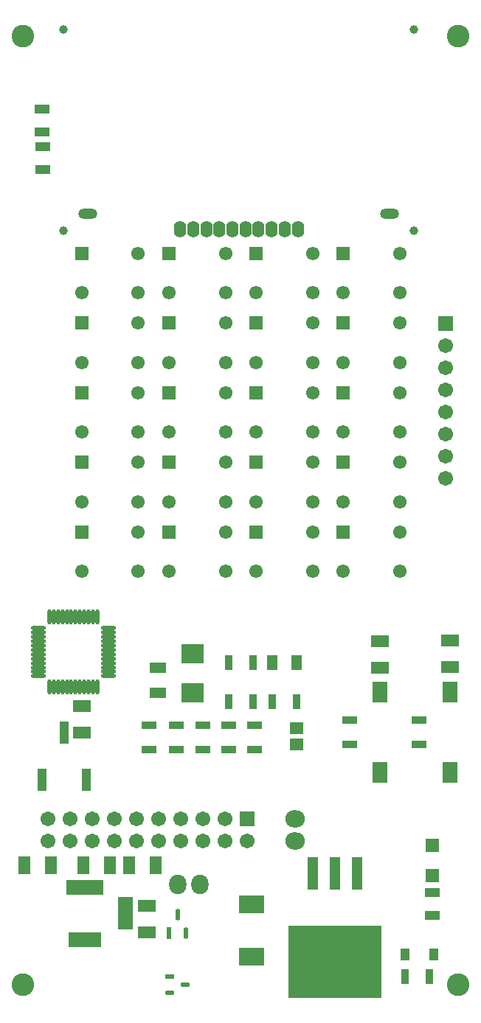
<source format=gts>
G04*
G04 #@! TF.GenerationSoftware,Altium Limited,Altium Designer,23.6.0 (18)*
G04*
G04 Layer_Color=8388736*
%FSLAX44Y44*%
%MOMM*%
G71*
G04*
G04 #@! TF.SameCoordinates,3CA1A126-1A8B-4A0E-99CF-AA2F4EF1290A*
G04*
G04*
G04 #@! TF.FilePolarity,Negative*
G04*
G01*
G75*
%ADD17R,1.7000X0.9500*%
%ADD18R,1.5000X1.5000*%
G04:AMPARAMS|DCode=20|XSize=1.0552mm|YSize=0.5225mm|CornerRadius=0.2612mm|HoleSize=0mm|Usage=FLASHONLY|Rotation=0.000|XOffset=0mm|YOffset=0mm|HoleType=Round|Shape=RoundedRectangle|*
%AMROUNDEDRECTD20*
21,1,1.0552,0.0000,0,0,0.0*
21,1,0.5328,0.5225,0,0,0.0*
1,1,0.5225,0.2664,0.0000*
1,1,0.5225,-0.2664,0.0000*
1,1,0.5225,-0.2664,0.0000*
1,1,0.5225,0.2664,0.0000*
%
%ADD20ROUNDEDRECTD20*%
%ADD21R,1.0552X0.5225*%
%ADD23R,1.7062X1.1046*%
%ADD26R,1.0000X2.5000*%
%ADD27R,0.9500X1.7000*%
%ADD29R,1.3046X1.8062*%
%ADD30R,1.5562X1.4549*%
%ADD31R,1.1000X1.3500*%
%ADD35R,3.0000X2.0000*%
G04:AMPARAMS|DCode=36|XSize=1.336mm|YSize=0.5851mm|CornerRadius=0.2925mm|HoleSize=0mm|Usage=FLASHONLY|Rotation=90.000|XOffset=0mm|YOffset=0mm|HoleType=Round|Shape=RoundedRectangle|*
%AMROUNDEDRECTD36*
21,1,1.3360,0.0000,0,0,90.0*
21,1,0.7510,0.5851,0,0,90.0*
1,1,0.5851,0.0000,0.3755*
1,1,0.5851,0.0000,-0.3755*
1,1,0.5851,0.0000,-0.3755*
1,1,0.5851,0.0000,0.3755*
%
%ADD36ROUNDEDRECTD36*%
%ADD37R,0.5851X1.3360*%
%ADD38R,2.0032X1.4532*%
%ADD39O,0.4532X1.7532*%
%ADD40O,1.7532X0.4532*%
%ADD41R,2.6032X2.1632*%
%ADD42R,1.4532X2.0032*%
%ADD43R,1.8032X2.3832*%
%ADD44R,1.8032X2.4032*%
%ADD45R,1.9032X1.3032*%
%ADD46R,1.8032X1.0532*%
%ADD47R,10.6532X8.4032*%
%ADD48R,1.1532X3.7032*%
%ADD49O,2.2352X1.9812*%
%ADD50R,4.2032X1.7032*%
%ADD51R,3.7032X1.7032*%
%ADD52R,1.7032X3.7032*%
%ADD53R,1.7032X1.7032*%
%ADD54C,1.7032*%
G04:AMPARAMS|DCode=55|XSize=1.4032mm|YSize=1.9032mm|CornerRadius=0.7016mm|HoleSize=0mm|Usage=FLASHONLY|Rotation=0.000|XOffset=0mm|YOffset=0mm|HoleType=Round|Shape=RoundedRectangle|*
%AMROUNDEDRECTD55*
21,1,1.4032,0.5000,0,0,0.0*
21,1,0.0000,1.9032,0,0,0.0*
1,1,1.4032,0.0000,-0.2500*
1,1,1.4032,0.0000,-0.2500*
1,1,1.4032,0.0000,0.2500*
1,1,1.4032,0.0000,0.2500*
%
%ADD55ROUNDEDRECTD55*%
%ADD56O,2.2032X1.2032*%
%ADD57C,1.0032*%
%ADD58C,2.6032*%
%ADD59R,1.5500X1.5500*%
%ADD60C,1.5500*%
%ADD61R,1.7032X1.7032*%
%ADD62O,1.9812X2.2352*%
D17*
X845000Y559000D02*
D03*
Y531000D02*
D03*
X925000D02*
D03*
Y559000D02*
D03*
X615000Y525000D02*
D03*
Y553000D02*
D03*
X646000Y525000D02*
D03*
Y553000D02*
D03*
X677000D02*
D03*
Y525000D02*
D03*
X706000Y553000D02*
D03*
Y525000D02*
D03*
X736000Y553000D02*
D03*
Y525000D02*
D03*
D18*
X940000Y380000D02*
D03*
Y415000D02*
D03*
D20*
X656255Y255000D02*
D03*
X638745Y245500D02*
D03*
D21*
Y264500D02*
D03*
D23*
X492500Y1260508D02*
D03*
Y1234492D02*
D03*
X493000Y1217500D02*
D03*
Y1191484D02*
D03*
D26*
X492500Y490000D02*
D03*
X542500D02*
D03*
X517500Y545000D02*
D03*
D27*
X706000Y580000D02*
D03*
X734000D02*
D03*
X706000Y625000D02*
D03*
X734000D02*
D03*
X756000Y580000D02*
D03*
X784000D02*
D03*
X937000Y264000D02*
D03*
X909000D02*
D03*
D29*
X755992Y625000D02*
D03*
X784008D02*
D03*
D30*
X784000Y530743D02*
D03*
Y549257D02*
D03*
D31*
X908500Y290000D02*
D03*
X941500D02*
D03*
D35*
X732500Y347500D02*
D03*
Y287500D02*
D03*
D36*
X647500Y335401D02*
D03*
X657000Y314599D02*
D03*
D37*
X638000D02*
D03*
D38*
X960000Y650250D02*
D03*
Y619750D02*
D03*
X880000Y649500D02*
D03*
Y619000D02*
D03*
X537500Y544750D02*
D03*
Y575250D02*
D03*
X612500Y345250D02*
D03*
Y314750D02*
D03*
D39*
X555500Y596750D02*
D03*
X550500D02*
D03*
X545500D02*
D03*
X540500D02*
D03*
X535500D02*
D03*
X530500D02*
D03*
X525500D02*
D03*
X520500D02*
D03*
X515500D02*
D03*
X510500D02*
D03*
X505500D02*
D03*
X500500D02*
D03*
Y677250D02*
D03*
X505500D02*
D03*
X510500D02*
D03*
X515500D02*
D03*
X520500D02*
D03*
X525500D02*
D03*
X530500D02*
D03*
X535500D02*
D03*
X540500D02*
D03*
X545500D02*
D03*
X550500D02*
D03*
X555500D02*
D03*
D40*
X487750Y609500D02*
D03*
Y614500D02*
D03*
Y619500D02*
D03*
Y624500D02*
D03*
Y629500D02*
D03*
Y634500D02*
D03*
Y639500D02*
D03*
Y644500D02*
D03*
Y649500D02*
D03*
Y654500D02*
D03*
Y659500D02*
D03*
Y664500D02*
D03*
X568250D02*
D03*
Y659500D02*
D03*
Y654500D02*
D03*
Y649500D02*
D03*
Y644500D02*
D03*
Y639500D02*
D03*
Y634500D02*
D03*
Y629500D02*
D03*
Y624500D02*
D03*
Y619500D02*
D03*
Y614500D02*
D03*
Y609500D02*
D03*
D41*
X665000Y590000D02*
D03*
Y635000D02*
D03*
D42*
X622750Y392500D02*
D03*
X592250D02*
D03*
X539750D02*
D03*
X570250D02*
D03*
X472000D02*
D03*
X502500D02*
D03*
D43*
X880000Y499050D02*
D03*
X960000D02*
D03*
D44*
X880000Y590950D02*
D03*
X960000D02*
D03*
D45*
X625000Y590500D02*
D03*
Y619500D02*
D03*
D46*
X940000Y360750D02*
D03*
Y334250D02*
D03*
D47*
X828000Y281000D02*
D03*
D48*
X802600Y382500D02*
D03*
X828000D02*
D03*
X853400D02*
D03*
D49*
X782500Y445200D02*
D03*
Y419800D02*
D03*
D50*
X541000Y367000D02*
D03*
D51*
Y307000D02*
D03*
D52*
X588000Y337000D02*
D03*
D53*
X955000Y1014100D02*
D03*
D54*
Y988700D02*
D03*
Y963300D02*
D03*
Y937900D02*
D03*
Y912500D02*
D03*
Y887100D02*
D03*
Y861700D02*
D03*
Y836300D02*
D03*
X499200Y420000D02*
D03*
Y445400D02*
D03*
X524600Y420000D02*
D03*
Y445400D02*
D03*
X550000Y420000D02*
D03*
Y445400D02*
D03*
X575400Y420000D02*
D03*
Y445400D02*
D03*
X600800Y420000D02*
D03*
Y445400D02*
D03*
X626200Y420000D02*
D03*
Y445400D02*
D03*
X651600Y420000D02*
D03*
Y445400D02*
D03*
X677000Y420000D02*
D03*
Y445400D02*
D03*
X702400Y420000D02*
D03*
Y445400D02*
D03*
X727800Y420000D02*
D03*
D55*
X650500Y1122500D02*
D03*
X665500D02*
D03*
X680500D02*
D03*
X695500D02*
D03*
X710500D02*
D03*
X725500D02*
D03*
X740500D02*
D03*
X755500D02*
D03*
X770500D02*
D03*
X785500D02*
D03*
D56*
X891043Y1140602D02*
D03*
X545000Y1140500D02*
D03*
D57*
X919000Y1121000D02*
D03*
X517000D02*
D03*
Y1352000D02*
D03*
X919000D02*
D03*
D58*
X970000Y1345000D02*
D03*
X470000D02*
D03*
X970000Y255000D02*
D03*
X470000D02*
D03*
D59*
X837500Y1095000D02*
D03*
X537500Y775000D02*
D03*
Y1015000D02*
D03*
Y1095000D02*
D03*
X637500D02*
D03*
Y1015000D02*
D03*
X837500D02*
D03*
X737500D02*
D03*
Y1095000D02*
D03*
X637500Y855000D02*
D03*
X537500D02*
D03*
X637500Y775000D02*
D03*
X737500D02*
D03*
X837500D02*
D03*
Y855000D02*
D03*
X537500Y935000D02*
D03*
X637500D02*
D03*
X837500D02*
D03*
X737500Y855000D02*
D03*
Y935000D02*
D03*
D60*
X902500Y1095000D02*
D03*
X837500Y1050000D02*
D03*
X902500D02*
D03*
X602500Y775000D02*
D03*
X537500Y730000D02*
D03*
X602500D02*
D03*
Y970000D02*
D03*
X537500D02*
D03*
X602500Y1015000D02*
D03*
Y1050000D02*
D03*
X537500D02*
D03*
X602500Y1095000D02*
D03*
X702500Y1050000D02*
D03*
X637500D02*
D03*
X702500Y1095000D02*
D03*
Y1015000D02*
D03*
X637500Y970000D02*
D03*
X702500D02*
D03*
X902500D02*
D03*
X837500D02*
D03*
X902500Y1015000D02*
D03*
X802500D02*
D03*
X737500Y970000D02*
D03*
X802500D02*
D03*
Y1050000D02*
D03*
X737500D02*
D03*
X802500Y1095000D02*
D03*
X702500Y855000D02*
D03*
X637500Y810000D02*
D03*
X702500D02*
D03*
X602500D02*
D03*
X537500D02*
D03*
X602500Y855000D02*
D03*
X702500Y730000D02*
D03*
X637500D02*
D03*
X702500Y775000D02*
D03*
X802500Y730000D02*
D03*
X737500D02*
D03*
X802500Y775000D02*
D03*
X902500Y730000D02*
D03*
X837500D02*
D03*
X902500Y775000D02*
D03*
Y810000D02*
D03*
X837500D02*
D03*
X902500Y855000D02*
D03*
X602500Y890000D02*
D03*
X537500D02*
D03*
X602500Y935000D02*
D03*
X702500D02*
D03*
X637500Y890000D02*
D03*
X702500D02*
D03*
X902500D02*
D03*
X837500D02*
D03*
X902500Y935000D02*
D03*
X802500Y855000D02*
D03*
X737500Y810000D02*
D03*
X802500D02*
D03*
Y935000D02*
D03*
X737500Y890000D02*
D03*
X802500D02*
D03*
D61*
X727800Y445400D02*
D03*
D62*
X672900Y370000D02*
D03*
X647500D02*
D03*
M02*

</source>
